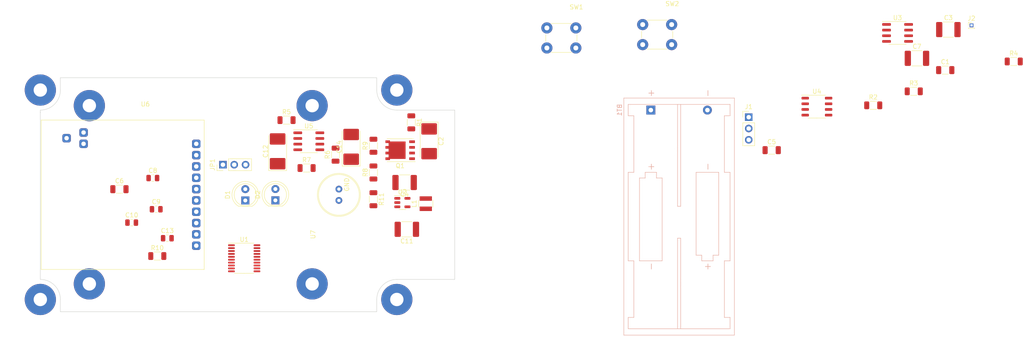
<source format=kicad_pcb>
(kicad_pcb (version 20211014) (generator pcbnew)
  (layers (0 "F.Cu" signal) (31 "B.Cu" signal) (34 "B.Paste" user) (35 "F.Paste" user) (36 "B.SilkS" user "B.Silkscreen") (37 "F.SilkS" user "F.Silkscreen") (38 "B.Mask" user) (39 "F.Mask" user) (44 "Edge.Cuts" user))
  (net 0 "")
  (net 1 "+3V0")
  (net 2 "GND")
  (net 3 "/Reset")
  (net 4 "/Vbatt")
  (net 5 "+5V")
  (net 6 "/UserBP")
  (net 7 "/DataIn")
  (net 8 "/TxCmde")
  (net 9 "/RxCmde")
  (net 10 "/MiC")
  (net 11 "/MIC_InAOP")
  (net 12 "/CarrierDetect")
  (net 13 "/VtGND")
  (net 14 "/LED_Top")
  (net 15 "/LED_Side")
  (net 16 "/SWCLK")
  (net 17 "/SWDIO")
  (net 18 "/Ant")
  (net 19 "/LED")
  (net 20 "/Lx")
  (net 21 "/BoostEn")
  (net 22 "/Out_LED")
  (net 23 "/CR_AOP")
  (net 24 "/MicroPhone")
  (net 25 "/CD")
  (net 26 "/CT")
  (net 27 "/INT")
  (net 28 "/CmdeLED_IR")
  (net 29 "/DataOut")
  (net 30 "/SCL")
  (net 31 "/SDA")
  (footprint "LibKiCad_PjtDeviceManagePV:SW" (layer "F.Cu") (at 145 53.75)
    (fp_text reference "SW1" (at 3.302 -6.858 unlocked) (layer "F.SilkS"))
    (fp_text value "BP")
    (fp_line (start -2.326 3.31) (end 2.174 3.31) (layer "F.SilkS") (width 0.12))
    (fp_line (start 3.424 0.81) (end 3.424 -0.69) (layer "F.SilkS") (width 0.12))
    (fp_line (start 2.174 -3.19) (end -2.326 -3.19) (layer "F.SilkS") (width 0.12))
    (fp_line (start -3.576 -0.69) (end -3.576 0.81) (layer "F.SilkS") (width 0.12))
    (pad "1" thru_hole circle (at -3.326 -2.19 90) (size 2.5 2.5) (drill 1.1) (layers *.Cu *.Mask) (net 2 "GND"))
    (pad "2" thru_hole circle (at -3.326 2.31 90) (size 2.5 2.5) (drill 1.1) (layers *.Cu *.Mask) (net 2 "GND"))
    (pad "3" thru_hole circle (at 3.174 2.31 90) (size 2.5 2.5) (drill 1.1) (layers *.Cu *.Mask) (net 3 "/Reset"))
    (pad "4" thru_hole circle (at 3.174 -2.19 90) (size 2.5 2.5) (drill 1.1) (layers *.Cu *.Mask) (net 3 "/Reset"))
  )
  (footprint "Capacitor_Tantalum_SMD:CP_EIA-7132-20_AVX-U" (layer "F.Cu") (at 115.25 77 -90)
    (fp_text reference "C2" (at 0 -2.7 90) (layer "F.SilkS"))
    (fp_text value "10u")
    (fp_line (start -4.31 -2.01) (end -4.31 2.01) (layer "F.SilkS") (width 0.12))
    (fp_line (start 3.55 -2.01) (end -4.31 -2.01) (layer "F.SilkS") (width 0.12))
    (fp_line (start -4.31 2.01) (end 3.55 2.01) (layer "F.SilkS") (width 0.12))
    (pad "1" smd roundrect (at -2.775 0 270) (size 2.55 3.5) (layers "F.Cu" "F.Paste" "F.Mask") (roundrect_rratio 0.098039) (net 1 "+3V0"))
    (pad "2" smd roundrect (at 2.775 0 270) (size 2.55 3.5) (layers "F.Cu" "F.Paste" "F.Mask") (roundrect_rratio 0.098039) (net 2 "GND"))
  )
  (footprint "Capacitor_SMD:C_1206_3216Metric" (layer "F.Cu") (at 45.75 87.75)
    (fp_text reference "C6" (at 0 -1.85) (layer "F.SilkS"))
    (fp_text value "100n")
    (fp_line (start -0.711252 0.91) (end 0.711252 0.91) (layer "F.SilkS") (width 0.12))
    (fp_line (start -0.711252 -0.91) (end 0.711252 -0.91) (layer "F.SilkS") (width 0.12))
    (pad "1" smd roundrect (at -1.475 0) (size 1.15 1.8) (layers "F.Cu" "F.Paste" "F.Mask") (roundrect_rratio 0.217391) (net 5 "+5V"))
    (pad "2" smd roundrect (at 1.475 0) (size 1.15 1.8) (layers "F.Cu" "F.Paste" "F.Mask") (roundrect_rratio 0.217391) (net 2 "GND"))
  )
  (footprint "Package_SO:PowerPAK_SO-8_Single" (layer "F.Cu") (at 108.75 79 180)
    (fp_text reference "Q1" (at 0 -3.5) (layer "F.SilkS"))
    (fp_text value "Si4435")
    (fp_line (start -2.945 2.57) (end 2.945 2.57) (layer "F.SilkS") (width 0.12))
    (fp_line (start -3.4 -2.57) (end 2.945 -2.57) (layer "F.SilkS") (width 0.12))
    (pad "1" smd rect (at -2.67 -1.905 180) (size 1.27 0.61) (layers "F.Cu" "F.Paste" "F.Mask") (net 1 "+3V0"))
    (pad "2" smd rect (at -2.67 -0.635 180) (size 1.27 0.61) (layers "F.Cu" "F.Paste" "F.Mask") (net 1 "+3V0"))
    (pad "3" smd rect (at -2.67 0.635 180) (size 1.27 0.61) (layers "F.Cu" "F.Paste" "F.Mask") (net 1 "+3V0"))
    (pad "4" smd rect (at -2.67 1.905 180) (size 1.27 0.61) (layers "F.Cu" "F.Paste" "F.Mask") (net 21 "/BoostEn"))
    (pad "5" smd rect (at 2.795 -1.905 180) (size 1.02 0.61) (layers "F.Cu" "F.Paste" "F.Mask") (net 4 "/Vbatt"))
    (pad "5" smd rect (at 0.69 0 180) (size 3.81 3.91) (layers "F.Cu" "F.Paste" "F.Mask") (net 4 "/Vbatt"))
    (pad "5" smd rect (at 2.795 0.635 180) (size 1.02 0.61) (layers "F.Cu" "F.Paste" "F.Mask") (net 4 "/Vbatt"))
    (pad "5" smd rect (at 2.795 1.905 180) (size 1.02 0.61) (layers "F.Cu" "F.Paste" "F.Mask") (net 4 "/Vbatt"))
    (pad "5" smd rect (at 2.795 -0.635 180) (size 1.02 0.61) (layers "F.Cu" "F.Paste" "F.Mask") (net 4 "/Vbatt"))
  )
  (footprint "LED_THT:LED_D5.0mm_IRGrey" (layer "F.Cu") (at 80.75 90.25 90)
    (fp_text reference "D2" (at 1.27 -3.96 90) (layer "F.SilkS"))
    (fp_text value "SFH4544")
    (fp_line (start -1.29 -1.545) (end -1.29 1.545) (layer "F.SilkS") (width 0.12))
    (fp_arc (start 4.26 -0.000462) (mid 2.072002 2.880433) (end -1.29 1.54483) (layer "F.SilkS") (width 0.12))
    (fp_arc (start -1.29 -1.54483) (mid 2.072002 -2.880433) (end 4.26 0.000462) (layer "F.SilkS") (width 0.12))
    (fp_circle (center 1.27 0) (end 3.77 0) (layer "F.SilkS") (width 0.12) (fill none))
    (pad "1" thru_hole rect (at 0 0 90) (size 1.8 1.8) (drill 0.9) (layers *.Cu *.Mask) (net 2 "GND"))
    (pad "2" thru_hole circle (at 2.54 0 90) (size 1.8 1.8) (drill 0.9) (layers *.Cu *.Mask) (net 15 "/LED_Side"))
  )
  (footprint "Package_SO:SOIC-8_3.9x4.9mm_P1.27mm" (layer "F.Cu") (at 88.25 77)
    (fp_text reference "U5" (at 0 -3.4) (layer "F.SilkS"))
    (fp_text value "MCP6281")
    (fp_line (start 0 -2.56) (end -3.45 -2.56) (layer "F.SilkS") (width 0.12))
    (fp_line (start 0 2.56) (end -1.95 2.56) (layer "F.SilkS") (width 0.12))
    (fp_line (start 0 2.56) (end 1.95 2.56) (layer "F.SilkS") (width 0.12))
    (fp_line (start 0 -2.56) (end 1.95 -2.56) (layer "F.SilkS") (width 0.12))
    (pad "1" smd roundrect (at -2.475 -1.905) (size 1.95 0.6) (layers "F.Cu" "F.Paste" "F.Mask"))
    (pad "2" smd roundrect (at -2.475 -0.635) (size 1.95 0.6) (layers "F.Cu" "F.Paste" "F.Mask") (net 23 "/CR_AOP"))
    (pad "3" smd roundrect (at -2.475 0.635) (size 1.95 0.6) (layers "F.Cu" "F.Paste" "F.Mask") (net 11 "/MIC_InAOP"))
    (pad "4" smd roundrect (at -2.475 1.905) (size 1.95 0.6) (layers "F.Cu" "F.Paste" "F.Mask") (net 2 "GND"))
    (pad "5" smd roundrect (at 2.475 1.905) (size 1.95 0.6) (layers "F.Cu" "F.Paste" "F.Mask"))
    (pad "6" smd roundrect (at 2.475 0.635) (size 1.95 0.6) (layers "F.Cu" "F.Paste" "F.Mask") (net 24 "/MicroPhone"))
    (pad "7" smd roundrect (at 2.475 -0.635) (size 1.95 0.6) (layers "F.Cu" "F.Paste" "F.Mask") (net 5 "+5V"))
    (pad "8" smd roundrect (at 2.475 -1.905) (size 1.95 0.6) (layers "F.Cu" "F.Paste" "F.Mask"))
  )
  (footprint "Capacitor_SMD:C_1206_3216Metric" (layer "F.Cu") (at 231.07 61.03)
    (fp_text reference "C1" (at 0 -1.85) (layer "F.SilkS"))
    (fp_text value "100n")
    (fp_line (start -0.711252 -0.91) (end 0.711252 -0.91) (layer "F.SilkS") (width 0.12))
    (fp_line (start -0.711252 0.91) (end 0.711252 0.91) (layer "F.SilkS") (width 0.12))
    (pad "1" smd roundrect (at -1.475 0) (size 1.15 1.8) (layers "F.Cu" "F.Paste" "F.Mask") (roundrect_rratio 0.217391) (net 1 "+3V0"))
    (pad "2" smd roundrect (at 1.475 0) (size 1.15 1.8) (layers "F.Cu" "F.Paste" "F.Mask") (roundrect_rratio 0.217391) (net 2 "GND"))
  )
  (footprint "Capacitor_SMD:C_0805_2012Metric" (layer "F.Cu") (at 56.5 98.75)
    (fp_text reference "C13" (at 0 -1.68) (layer "F.SilkS"))
    (fp_text value "47p")
    (fp_line (start -0.261252 -0.735) (end 0.261252 -0.735) (layer "F.SilkS") (width 0.12))
    (fp_line (start -0.261252 0.735) (end 0.261252 0.735) (layer "F.SilkS") (width 0.12))
    (pad "1" smd roundrect (at -0.95 0) (size 1 1.45) (layers "F.Cu" "F.Paste" "F.Mask") (net 12 "/CarrierDetect"))
    (pad "2" smd roundrect (at 0.95 0) (size 1 1.45) (layers "F.Cu" "F.Paste" "F.Mask") (net 2 "GND"))
  )
  (footprint "Connector_PinHeader_2.54mm:PinHeader_1x03_P2.54mm_Vertical" (layer "F.Cu") (at 186.97 71.59)
    (fp_text reference "J1" (at 0 -2.33) (layer "F.SilkS"))
    (fp_text value "CN1")
    (fp_line (start 1.33 1.27) (end 1.33 6.41) (layer "F.SilkS") (width 0.12))
    (fp_line (start -1.33 -1.33) (end 0 -1.33) (layer "F.SilkS") (width 0.12))
    (fp_line (start -1.33 1.27) (end -1.33 6.41) (layer "F.SilkS") (width 0.12))
    (fp_line (start -1.33 0) (end -1.33 -1.33) (layer "F.SilkS") (width 0.12))
    (fp_line (start -1.33 6.41) (end 1.33 6.41) (layer "F.SilkS") (width 0.12))
    (fp_line (start -1.33 1.27) (end 1.33 1.27) (layer "F.SilkS") (width 0.12))
    (pad "1" thru_hole rect (at 0 0) (size 1.7 1.7) (drill 1) (layers *.Cu *.Mask) (net 16 "/SWCLK"))
    (pad "2" thru_hole oval (at 0 2.54) (size 1.7 1.7) (drill 1) (layers *.Cu *.Mask) (net 2 "GND"))
    (pad "3" thru_hole oval (at 0 5.08) (size 1.7 1.7) (drill 1) (layers *.Cu *.Mask) (net 17 "/SWDIO"))
  )
  (footprint "Inductor_SMD:L_Abracon_ASPI-3012S" (layer "F.Cu") (at 114.5 91 -90)
    (fp_text reference "L1" (at 0 2.6 90) (layer "F.SilkS"))
    (fp_text value "4.7u")
    (fp_line (start -0.8 1.6) (end 0.8 1.6) (layer "F.SilkS") (width 0.12))
    (fp_line (start -0.8 -1.6) (end 0.8 -1.6) (layer "F.SilkS") (width 0.12))
    (pad "1" smd rect (at -1.15 0 270) (size 1 2.75) (layers "F.Cu" "F.Paste" "F.Mask") (net 20 "/Lx"))
    (pad "2" smd rect (at 1.15 0 270) (size 1 2.75) (layers "F.Cu" "F.Paste" "F.Mask") (net 4 "/Vbatt"))
  )
  (footprint "Resistor_SMD:R_1206_3216Metric" (layer "F.Cu") (at 224 65.79)
    (fp_text reference "R3" (at 0 -1.82) (layer "F.SilkS"))
    (fp_text value "R")
    (fp_line (start -0.727064 0.91) (end 0.727064 0.91) (layer "F.SilkS") (width 0.12))
    (fp_line (start -0.727064 -0.91) (end 0.727064 -0.91) (layer "F.SilkS") (width 0.12))
    (pad "1" smd roundrect (at -1.4625 0) (size 1.125 1.75) (layers "F.Cu" "F.Paste" "F.Mask") (roundrect_rratio 0.222222) (net 1 "+3V0"))
    (pad "2" smd roundrect (at 1.4625 0) (size 1.125 1.75) (layers "F.Cu" "F.Paste" "F.Mask") (roundrect_rratio 0.222222) (net 6 "/UserBP"))
  )
  (footprint "Capacitor_SMD:C_0805_2012Metric" (layer "F.Cu") (at 54 92.25)
    (fp_text reference "C9" (at 0 -1.68) (layer "F.SilkS"))
    (fp_text value "47p")
    (fp_line (start -0.261252 -0.735) (end 0.261252 -0.735) (layer "F.SilkS") (width 0.12))
    (fp_line (start -0.261252 0.735) (end 0.261252 0.735) (layer "F.SilkS") (width 0.12))
    (pad "1" smd roundrect (at -0.95 0) (size 1 1.45) (layers "F.Cu" "F.Paste" "F.Mask") (net 8 "/TxCmde"))
    (pad "2" smd roundrect (at 0.95 0) (size 1 1.45) (layers "F.Cu" "F.Paste" "F.Mask") (net 2 "GND"))
  )
  (footprint "Capacitor_SMD:C_1206_3216Metric" (layer "F.Cu") (at 192.12 78.99)
    (fp_text reference "C5" (at 0 -1.85) (layer "F.SilkS"))
    (fp_text value "100n")
    (fp_line (start -0.711252 -0.91) (end 0.711252 -0.91) (layer "F.SilkS") (width 0.12))
    (fp_line (start -0.711252 0.91) (end 0.711252 0.91) (layer "F.SilkS") (width 0.12))
    (pad "1" smd roundrect (at -1.475 0) (size 1.15 1.8) (layers "F.Cu" "F.Paste" "F.Mask") (roundrect_rratio 0.217391) (net 5 "+5V"))
    (pad "2" smd roundrect (at 1.475 0) (size 1.15 1.8) (layers "F.Cu" "F.Paste" "F.Mask") (roundrect_rratio 0.217391) (net 2 "GND"))
  )
  (footprint "Package_SO:TSSOP-20_4.4x6.5mm_P0.65mm" (layer "F.Cu") (at 73.75 103.25)
    (fp_text reference "U1" (at 0 -4.2) (layer "F.SilkS"))
    (fp_text value "STM32L041F6Px")
    (fp_line (start 0 3.385) (end 2.2 3.385) (layer "F.SilkS") (width 0.12))
    (fp_line (start 0 3.385) (end -2.2 3.385) (layer "F.SilkS") (width 0.12))
    (fp_line (start 0 -3.385) (end 2.2 -3.385) (layer "F.SilkS") (width 0.12))
    (fp_line (start 0 -3.385) (end -3.6 -3.385) (layer "F.SilkS") (width 0.12))
    (pad "1" smd roundrect (at -2.8625 -2.925) (size 1.475 0.4) (layers "F.Cu" "F.Paste" "F.Mask") (net 2 "GND"))
    (pad "2" smd roundrect (at -2.8625 -2.275) (size 1.475 0.4) (layers "F.Cu" "F.Paste" "F.Mask") (net 26 "/CT"))
    (pad "3" smd roundrect (at -2.8625 -1.625) (size 1.475 0.4) (layers "F.Cu" "F.Paste" "F.Mask") (net 27 "/INT"))
    (pad "4" smd roundrect (at -2.8625 -0.975) (size 1.475 0.4) (layers "F.Cu" "F.Paste" "F.Mask") (net 3 "/Reset"))
    (pad "5" smd roundrect (at -2.8625 -0.325) (size 1.475 0.4) (layers "F.Cu" "F.Paste" "F.Mask") (net 1 "+3V0"))
    (pad "6" smd roundrect (at -2.8625 0.325) (size 1.475 0.4) (layers "F.Cu" "F.Paste" "F.Mask") (net 21 "/BoostEn"))
    (pad "7" smd roundrect (at -2.8625 0.975) (size 1.475 0.4) (layers "F.Cu" "F.Paste" "F.Mask") (net 28 "/CmdeLED_IR"))
    (pad "8" smd roundrect (at -2.8625 1.625) (size 1.475 0.4) (layers "F.Cu" "F.Paste" "F.Mask") (net 7 "/DataIn"))
    (pad "9" smd roundrect (at -2.8625 2.275) (size 1.475 0.4) (layers "F.Cu" "F.Paste" "F.Mask") (net 29 "/DataOut"))
    (pad "10" smd roundrect (at -2.8625 2.925) (size 1.475 0.4) (layers "F.Cu" "F.Paste" "F.Mask") (net 24 "/MicroPhone"))
    (pad "11" smd roundrect (at 2.8625 2.925) (size 1.475 0.4) (layers "F.Cu" "F.Paste" "F.Mask") (net 9 "/RxCmde"))
    (pad "12" smd roundrect (at 2.8625 2.275) (size 1.475 0.4) (layers "F.Cu" "F.Paste" "F.Mask") (net 8 "/TxCmde"))
    (pad "13" smd roundrect (at 2.8625 1.625) (size 1.475 0.4) (layers "F.Cu" "F.Paste" "F.Mask") (net 12 "/CarrierDetect"))
    (pad "14" smd roundrect (at 2.8625 0.975) (size 1.475 0.4) (layers "F.Cu" "F.Paste" "F.Mask") (net 6 "/UserBP"))
    (pad "15" smd roundrect (at 2.8625 0.325) (size 1.475 0.4) (layers "F.Cu" "F.Paste" "F.Mask") (net 2 "GND"))
    (pad "16" smd roundrect (at 2.8625 -0.325) (size 1.475 0.4) (layers "F.Cu" "F.Paste" "F.Mask") (net 1 "+3V0"))
    (pad "17" smd roundrect (at 2.8625 -0.975) (size 1.475 0.4) (layers "F.Cu" "F.Paste" "F.Mask") (net 30 "/SCL"))
    (pad "18" smd roundrect (at 2.8625 -1.625) (size 1.475 0.4) (layers "F.Cu" "F.Paste" "F.Mask") (net 31 "/SDA"))
    (pad "19" smd roundrect (at 2.8625 -2.275) (size 1.475 0.4) (layers "F.Cu" "F.Paste" "F.Mask") (net 17 "/SWDIO"))
    (pad "20" smd roundrect (at 2.8625 -2.925) (size 1.475 0.4) (layers "F.Cu" "F.Paste" "F.Mask") (net 16 "/SWCLK"))
  )
  (footprint "Capacitor_SMD:C_1812_4532Metric" (layer "F.Cu") (at 110.25 96.75 180)
    (fp_text reference "C11" (at 0 -2.65) (layer "F.SilkS"))
    (fp_text value "10u")
    (fp_line (start -1.161252 1.71) (end 1.161252 1.71) (layer "F.SilkS") (width 0.12))
    (fp_line (start -1.161252 -1.71) (end 1.161252 -1.71) (layer "F.SilkS") (width 0.12))
    (pad "1" smd roundrect (at -2.05 0 180) (size 1.4 3.4) (layers "F.Cu" "F.Paste" "F.Mask") (roundrect_rratio 0.178571) (net 5 "+5V"))
    (pad "2" smd roundrect (at 2.05 0 180) (size 1.4 3.4) (layers "F.Cu" "F.Paste" "F.Mask") (roundrect_rratio 0.178571) (net 2 "GND"))
  )
  (footprint "Resistor_SMD:R_1206_3216Metric" (layer "F.Cu") (at 87.75 83)
    (fp_text reference "R7" (at 0 -1.82) (layer "F.SilkS"))
    (fp_text value "R")
    (fp_line (start -0.727064 -0.91) (end 0.727064 -0.91) (layer "F.SilkS") (width 0.12))
    (fp_line (start -0.727064 0.91) (end 0.727064 0.91) (layer "F.SilkS") (width 0.12))
    (pad "1" smd roundrect (at -1.4625 0) (size 1.125 1.75) (layers "F.Cu" "F.Paste" "F.Mask") (roundrect_rratio 0.222222) (net 11 "/MIC_InAOP"))
    (pad "2" smd roundrect (at 1.4625 0) (size 1.125 1.75) (layers "F.Cu" "F.Paste" "F.Mask") (roundrect_rratio 0.222222) (net 13 "/VtGND"))
  )
  (footprint "Resistor_SMD:R_1206_3216Metric" (layer "F.Cu") (at 94.25 80 90)
    (fp_text reference "R6" (at 0 -1.82 90) (layer "F.SilkS"))
    (fp_text value "R")
    (fp_line (start -0.727064 0.91) (end 0.727064 0.91) (layer "F.SilkS") (width 0.12))
    (fp_line (start -0.727064 -0.91) (end 0.727064 -0.91) (layer "F.SilkS") (width 0.12))
    (pad "1" smd roundrect (at -1.4625 0 90) (size 1.125 1.75) (layers "F.Cu" "F.Paste" "F.Mask") (roundrect_rratio 0.222222) (net 13 "/VtGND"))
    (pad "2" smd roundrect (at 1.4625 0 90) (size 1.125 1.75) (layers "F.Cu" "F.Paste" "F.Mask") (roundrect_rratio 0.222222) (net 23 "/CR_AOP"))
  )
  (footprint "Resistor_SMD:R_1206_3216Metric" (layer "F.Cu") (at 111.25 72.75 -90)
    (fp_text reference "R1" (at 0 -1.82 90) (layer "F.SilkS"))
    (fp_text value "R")
    (fp_line (start -0.727064 0.91) (end 0.727064 0.91) (layer "F.SilkS") (width 0.12))
    (fp_line (start -0.727064 -0.91) (end 0.727064 -0.91) (layer "F.SilkS") (width 0.12))
    (pad "1" smd roundrect (at -1.4625 0 270) (size 1.125 1.75) (layers "F.Cu" "F.Paste" "F.Mask") (roundrect_rratio 0.222222) (net 1 "+3V0"))
    (pad "2" smd roundrect (at 1.4625 0 270) (size 1.125 1.75) (layers "F.Cu" "F.Paste" "F.Mask") (roundrect_rratio 0.222222) (net 21 "/BoostEn"))
  )
  (footprint "Resistor_SMD:R_1206_3216Metric" (layer "F.Cu") (at 214.91 68.93)
    (fp_text reference "R2" (at 0 -1.82) (layer "F.SilkS"))
    (fp_text value "R")
    (fp_line (start -0.727064 -0.91) (end 0.727064 -0.91) (layer "F.SilkS") (width 0.12))
    (fp_line (start -0.727064 0.91) (end 0.727064 0.91) (layer "F.SilkS") (width 0.12))
    (pad "1" smd roundrect (at -1.4625 0) (size 1.125 1.75) (layers "F.Cu" "F.Paste" "F.Mask") (roundrect_rratio 0.222222) (net 1 "+3V0"))
    (pad "2" smd roundrect (at 1.4625 0) (size 1.125 1.75) (layers "F.Cu" "F.Paste" "F.Mask") (roundrect_rratio 0.222222) (net 3 "/Reset"))
  )
  (footprint "Capacitor_SMD:C_0805_2012Metric" (layer "F.Cu") (at 53.25 85.25)
    (fp_text reference "C8" (at 0 -1.68) (layer "F.SilkS"))
    (fp_text value "47p")
    (fp_line (start -0.261252 -0.735) (end 0.261252 -0.735) (layer "F.SilkS") (width 0.12))
    (fp_line (start -0.261252 0.735) (end 0.261252 0.735) (layer "F.SilkS") (width 0.12))
    (pad "1" smd roundrect (at -0.95 0) (size 1 1.45) (layers "F.Cu" "F.Paste" "F.Mask") (net 7 "/DataIn"))
    (pad "2" smd roundrect (at 0.95 0) (size 1 1.45) (layers "F.Cu" "F.Paste" "F.Mask") (net 2 "GND"))
  )
  (footprint "Capacitor_SMD:C_1812_4532Metric" (layer "F.Cu") (at 224.72 58.38)
    (fp_text reference "C7" (at 0 -2.65) (layer "F.SilkS"))
    (fp_text value "2.2u")
    (fp_line (start -1.161252 1.71) (end 1.161252 1.71) (layer "F.SilkS") (width 0.12))
    (fp_line (start -1.161252 -1.71) (end 1.161252 -1.71) (layer "F.SilkS") (width 0.12))
    (pad "1" smd roundrect (at -2.05 0) (size 1.4 3.4) (layers "F.Cu" "F.Paste" "F.Mask") (roundrect_rratio 0.178571) (net 6 "/UserBP"))
    (pad "2" smd roundrect (at 2.05 0) (size 1.4 3.4) (layers "F.Cu" "F.Paste" "F.Mask") (roundrect_rratio 0.178571) (net 2 "GND"))
  )
  (footprint "Resistor_SMD:R_1206_3216Metric" (layer "F.Cu") (at 83.25 72.25)
    (fp_text reference "R5" (at 0 -1.82) (layer "F.SilkS"))
    (fp_text value "R")
    (fp_line (start -0.727064 0.91) (end 0.727064 0.91) (layer "F.SilkS") (width 0.12))
    (fp_line (start -0.727064 -0.91) (end 0.727064 -0.91) (layer "F.SilkS") (width 0.12))
    (pad "1" smd roundrect (at -1.4625 0) (size 1.125 1.75) (layers "F.Cu" "F.Paste" "F.Mask") (roundrect_rratio 0.222222) (net 23 "/CR_AOP"))
    (pad "2" smd roundrect (at 1.4625 0) (size 1.125 1.75) (layers "F.Cu" "F.Paste" "F.Mask") (roundrect_rratio 0.222222) (net 24 "/MicroPhone"))
  )
  (footprint "Package_SO:SOP-8_3.9x4.9mm_P1.27mm" (layer "F.Cu") (at 202.27 69.22)
    (fp_text reference "U4" (at 0 -3.4) (layer "F.SilkS"))
    (fp_text value "ADT7410TRZ")
    (fp_line (start 0 -2.56) (end -3.45 -2.56) (layer "F.SilkS") (width 0.12))
    (fp_line (start 0 2.56) (end 1.95 2.56) (layer "F.SilkS") (width 0.12))
    (fp_line (start 0 -2.56) (end 1.95 -2.56) (layer "F.SilkS") (width 0.12))
    (fp_line (start 0 2.56) (end -1.95 2.56) (layer "F.SilkS") (width 0.12))
    (pad "1" smd roundrect (at -2.625 -1.905) (size 1.65 0.6) (layers "F.Cu" "F.Paste" "F.Mask") (net 30 "/SCL"))
    (pad "2" smd roundrect (at -2.625 -0.635) (size 1.65 0.6) (layers "F.Cu" "F.Paste" "F.Mask") (net 31 "/SDA"))
    (pad "3" smd roundrect (at -2.625 0.635) (size 1.65 0.6) (layers "F.Cu" "F.Paste" "F.Mask") (net 2 "GND"))
    (pad "4" smd roundrect (at -2.625 1.905) (size 1.65 0.6) (layers "F.Cu" "F.Paste" "F.Mask") (net 2 "GND"))
    (pad "5" smd roundrect (at 2.625 1.905) (size 1.65 0.6) (layers "F.Cu" "F.Paste" "F.Mask") (net 27 "/INT"))
    (pad "6" smd roundrect (at 2.625 0.635) (size 1.65 0.6) (layers "F.Cu" "F.Paste" "F.Mask") (net 26 "/CT"))
    (pad "7" smd roundrect (at 2.625 -0.635) (size 1.65 0.6) (layers "F.Cu" "F.Paste" "F.Mask") (net 2 "GND"))
    (pad "8" smd roundrect (at 2.625 -1.905) (size 1.65 0.6) (layers "F.Cu" "F.Paste" "F.Mask") (net 5 "+5V"))
  )
  (footprint "Package_SO:SOIC-8_3.9x4.9mm_P1.27mm" (layer "F.Cu") (at 220.37 52.68)
    (fp_text reference "U3" (at 0 -3.4) (layer "F.SilkS"))
    (fp_text value "MCP6281")
    (fp_line (start 0 2.56) (end 1.95 2.56) (layer "F.SilkS") (width 0.12))
    (fp_line (start 0 2.56) (end -1.95 2.56) (layer "F.SilkS") (width 0.12))
    (fp_line (start 0 -2.56) (end 1.95 -2.56) (layer "F.SilkS") (width 0.12))
    (fp_line (start 0 -2.56) (end -3.45 -2.56) (layer "F.SilkS") (width 0.12))
    (pad "1" smd roundrect (at -2.475 -1.905) (size 1.95 0.6) (layers "F.Cu" "F.Paste" "F.Mask"))
    (pad "2" smd roundrect (at -2.475 -0.635) (size 1.95 0.6) (layers "F.Cu" "F.Paste" "F.Mask") (net 22 "/Out_LED"))
    (pad "3" smd roundrect (at -2.475 0.635) (size 1.95 0.6) (layers "F.Cu" "F.Paste" "F.Mask") (net 28 "/CmdeLED_IR"))
    (pad "4" smd roundrect (at -2.475 1.905) (size 1.95 0.6) (layers "F.Cu" "F.Paste" "F.Mask") (net 2 "GND"))
    (pad "5" smd roundrect (at 2.475 1.905) (size 1.95 0.6) (layers "F.Cu" "F.Paste" "F.Mask"))
    (pad "6" smd roundrect (at 2.475 0.635) (size 1.95 0.6) (layers "F.Cu" "F.Paste" "F.Mask") (net 22 "/Out_LED"))
    (pad "7" smd roundrect (at 2.475 -0.635) (size 1.95 0.6) (layers "F.Cu" "F.Paste" "F.Mask") (net 5 "+5V"))
    (pad "8" smd roundrect (at 2.475 -1.905) (size 1.95 0.6) (layers "F.Cu" "F.Paste" "F.Mask"))
  )
  (footprint "Capacitor_Tantalum_SMD:CP_EIA-7132-20_AVX-U" (layer "F.Cu") (at 81.25 79.25 90)
    (fp_text reference "C12" (at 0 -2.7 90) (layer "F.SilkS"))
    (fp_text value "10u")
    (fp_line (start -4.31 -2.01) (end -4.31 2.01) (layer "F.SilkS") (width 0.12))
    (fp_line (start -4.31 2.01) (end 3.55 2.01) (layer "F.SilkS") (width 0.12))
    (fp_line (start 3.55 -2.01) (end -4.31 -2.01) (layer "F.SilkS") (width 0.12))
    (pad "1" smd roundrect (at -2.775 0 90) (size 2.55 3.5) (layers "F.Cu" "F.Paste" "F.Mask") (roundrect_rratio 0.098039) (net 10 "/MiC"))
    (pad "2" smd roundrect (at 2.775 0 90) (size 2.55 3.5) (layers "F.Cu" "F.Paste" "F.Mask") (roundrect_rratio 0.098039) (net 11 "/MIC_InAOP"))
  )
  (footprint "Resistor_SMD:R_1206_3216Metric" (layer "F.Cu") (at 102.75 78 90)
    (fp_text reference "R9" (at 0 -1.82 90) (layer "F.SilkS"))
    (fp_text value "R")
    (fp_line (start -0.727064 0.91) (end 0.727064 0.91) (layer "F.SilkS") (width 0.12))
    (fp_line (start -0.727064 -0.91) (end 0.727064 -0.91) (layer "F.SilkS") (width 0.12))
    (pad "1" smd roundrect (at -1.4625 0 90) (size 1.125 1.75) (layers "F.Cu" "F.Paste" "F.Mask") (roundrect_rratio 0.222222) (net 13 "/VtGND"))
    (pad "2" smd roundrect (at 1.4625 0 90) (size 1.125 1.75) (layers "F.Cu" "F.Paste" "F.Mask") (roundrect_rratio 0.222222) (net 2 "GND"))
  )
  (footprint "Capacitor_Tantalum_SMD:CP_EIA-7132-20_AVX-U" (layer "F.Cu") (at 97.75 78.25 90)
    (fp_text reference "C14" (at 0 -2.7 90) (layer "F.SilkS"))
    (fp_text value "10u")
    (fp_line (start -4.31 2.01) (end 3.55 2.01) (layer "F.SilkS") (width 0.12))
    (fp_line (start -4.31 -2.01) (end -4.31 2.01) (layer "F.SilkS") (width 0.12))
    (fp_line (start 3.55 -2.01) (end -4.31 -2.01) (layer "F.SilkS") (width 0.12))
    (pad "1" smd roundrect (at -2.775 0 90) (size 2.55 3.5) (layers "F.Cu" "F.Paste" "F.Mask") (roundrect_rratio 0.098039) (net 13 "/VtGND"))
    (pad "2" smd roundrect (at 2.775 0 90) (size 2.55 3.5) (layers "F.Cu" "F.Paste" "F.Mask") (roundrect_rratio 0.098039) (net 2 "GND"))
  )
  (footprint "LED_THT:LED_D5.0mm_IRGrey" (layer "F.Cu") (at 74 90.275 90)
    (fp_text reference "D1" (at 1.27 -3.96 90) (layer "F.SilkS"))
    (fp_text value "SFH4544")
    (fp_line (start -1.29 -1.545) (end -1.29 1.545) (layer "F.SilkS") (width 0.12))
    (fp_arc (start 4.26 -0.000462) (mid 2.072002 2.880433) (end -1.29 1.54483) (layer "F.SilkS") (width 0.12))
    (fp_arc (start -1.29 -1.54483) (mid 2.072002 -2.880433) (end 4.26 0.000462) (layer "F.SilkS") (width 0.12))
    (fp_circle (center 1.27 0) (end 3.77 0) (layer "F.SilkS") (width 0.12) (fill none))
    (pad "1" thru_hole rect (at 0 0 90) (size 1.8 1.8) (drill 0.9) (layers *.Cu *.Mask) (net 2 "GND"))
    (pad "2" thru_hole circle (at 2.54 0 90) (size 1.8 1.8) (drill 0.9) (layers *.Cu *.Mask) (net 14 "/LED_Top"))
  )
  (footprint "LibKiCad_PjtDeviceManagePV:RT606" (layer "F.Cu") (at 47.5 89)
    (fp_text reference "U6" (at 4.064 -20.32 unlocked) (layer "F.SilkS"))
    (fp_text value "RT606")
    (fp_line (start 17.272 -16.764) (end -19.304 -16.764) (layer "F.SilkS") (width 0.12))
    (fp_line (start 17.272 16.764) (end 17.272 0) (layer "F.SilkS") (width 0.12))
    (fp_line (start 17.272 16.764) (end -19.304 16.764) (layer "F.SilkS") (width 0.12))
    (fp_line (start 17.272 0) (end 17.272 -16.764) (layer "F.SilkS") (width 0.12))
    (fp_line (start -19.304 16.764) (end -19.304 -16.764) (layer "F.SilkS") (width 0.12))
    (pad "1" thru_hole roundrect (at 15.494 -11.43) (size 1.9 1.9) (drill 1) (layers *.Cu *.Mask) (net 2 "GND"))
    (pad "2" thru_hole roundrect (at 15.494 -8.89) (size 1.9 1.9) (drill 1) (layers *.Cu *.Mask) (net 7 "/DataIn"))
    (pad "3" thru_hole roundrect (at 15.494 -6.35) (size 1.9 1.9) (drill 1) (layers *.Cu *.Mask) (net 25 "/CD"))
    (pad "4" thru_hole roundrect (at 15.494 -3.81) (size 1.9 1.9) (drill 1) (layers *.Cu *.Mask) (net 29 "/DataOut"))
    (pad "5" thru_hole roundrect (at 15.494 -1.27) (size 1.9 1.9) (drill 1) (layers *.Cu *.Mask))
    (pad "6" thru_hole roundrect (at 15.494 1.27) (size 1.9 1.9) (drill 1) (layers *.Cu *.Mask) (net 2 "GND"))
    (pad "7" thru_hole roundrect (at 15.494 3.81) (size 1.9 1.9) (drill 1) (layers *.Cu *.Mask) (net 5 "+5V"))
    (pad "8" thru_hole roundrect (at 15.494 6.35) (size 1.9 1.9) (drill 1) (layers *.Cu *.Mask) (net 8 "/TxCmde"))
    (pad "9" thru_hole roundrect (at 15.494 8.89) (size 1.9 1.9) (drill 1) (layers *.Cu *.Mask) (net 9 "/RxCmde"))
    (pad "10" thru_hole roundrect (at 15.494 11.43) (size 1.9 1.9) (drill 1) (layers *.Cu *.Mask) (net 2 "GND"))
    (pad "11" thru_hole roundrect (at -13.606 -12.7) (size 1.9 1.9) (drill 1) (layers *.Cu *.Mask) (net 18 "/Ant"))
    (pad "12" thru_hole roundrect (at -9.796 -13.97) (size 1.9 1.9) (drill 1) (layers *.Cu *.Mask) (net 2 "GND"))
    (pad "13" thru_hole roundrect (at -9.796 -11.43) (size 1.9 1.9) (drill 1) (layers *.Cu *.Mask) (net 2 "GND"))
  )
  (footprint "LibKiCad_PjtDeviceManagePV:SW" (layer "F.Cu") (at 166.5 53)
    (fp_text reference "SW2" (at 3.302 -6.858 unlocked) (layer "F.SilkS"))
    (fp_text value "BP")
    (fp_line (start -2.326 3.31) (end 2.174 3.31) (layer "F.SilkS") (width 0.12))
    (fp_line (start -3.576 -0.69) (end -3.576 0.81) (layer "F.SilkS") (width 0.12))
    (fp_line (start 3.424 0.81) (end 3.424 -0.69) (layer "F.SilkS") (width 0.12))
    (fp_line (start 2.174 -3.19) (end -2.326 -3.19) (layer "F.SilkS") (width 0.12))
    (pad "1" thru_hole circle (at -3.326 -2.19 90) (size 2.5 2.5) (drill 1.1) (layers *.Cu *.Mask) (net 2 "GND"))
    (pad "2" thru_hole circle (at -3.326 2.31 90) (size 2.5 2.5) (drill 1.1) (layers *.Cu *.Mask) (net 2 "GND"))
    (pad "3" thru_hole circle (at 3.174 2.31 90) (size 2.5 2.5) (drill 1.1) (layers *.Cu *.Mask) (net 6 "/UserBP"))
    (pad "4" thru_hole circle (at 3.174 -2.19 90) (size 2.5 2.5) (drill 1.1) (layers *.Cu *.Mask) (net 6 "/UserBP"))
  )
  (footprint "Capacitor_SMD:C_1812_4532Metric" (layer "F.Cu") (at 109.75 86.25 180)
    (fp_text reference "C4" (at 0 -2.65) (layer "F.SilkS"))
    (fp_text value "4.7u")
    (fp_line (start -1.161252 -1.71) (end 1.161252 -1.71) (layer "F.SilkS") (width 0.12))
    (fp_line (start -1.161252 1.71) (end 1.161252 1.71) (layer "F.SilkS") (width 0.12))
    (pad "1" smd roundrect (at -2.05 0 180) (size 1.4 3.4) (layers "F.Cu" "F.Paste" "F.Mask") (roundrect_rratio 0.178571) (net 4 "/Vbatt"))
    (pad "2" smd roundrect (at 2.05 0 180) (size 1.4 3.4) (layers "F.Cu" "F.Paste" "F.Mask") (roundrect_rratio 0.178571) (net 2 "GND"))
  )
  (footprint "Resistor_SMD:R_1206_3216Metric" (layer "F.Cu") (at 246.44 59.09)
    (fp_text reference "R4" (at 0 -1.82) (layer "F.SilkS"))
    (fp_text value "R")
    (fp_line (start -0.727064 0.91) (end 0.727064 0.91) (layer "F.SilkS") (width 0.12))
    (fp_line (start -0.727064 -0.91) (end 0.727064 -0.91) (layer "F.SilkS") (width 0.12))
    (pad "1" smd roundrect (at -1.4625 0) (size 1.125 1.75) (layers "F.Cu" "F.Paste" "F.Mask") (roundrect_rratio 0.222222) (net 19 "/LED"))
    (pad "2" smd roundrect (at 1.4625 0) (size 1.125 1.75) (layers "F.Cu" "F.Paste" "F.Mask") (roundrect_rratio 0.222222) (net 22 "/Out_LED"))
  )
  (footprint "Package_TO_SOT_SMD:SOT-23-5" (layer "F.Cu") (at 109.25 90.75)
    (fp_text reference "U2" (at 0 -2.4) (layer "F.SilkS"))
    (fp_text value "XC9140")
    (fp_line (start 0 1.56) (end -0.8 1.56) (layer "F.SilkS") (width 0.12))
    (fp_line (start 0 -1.56) (end -1.8 -1.56) (layer "F.SilkS") (width 0.12))
    (fp_line (start 0 1.56) (end 0.8 1.56) (layer "F.SilkS") (width 0.12))
    (fp_line (start 0 -1.56) (end 0.8 -1.56) (layer "F.SilkS") (width 0.12))
    (pad "1" smd roundrect (at -1.1375 -0.95) (size 1.325 0.6) (layers "F.Cu" "F.Paste" "F.Mask") (net 4 "/Vbatt"))
    (pad "2" smd roundrect (at -1.1375 0) (size 1.325 0.6) (layers "F.Cu" "F.Paste" "F.Mask") (net 2 "GND"))
    (pad "3" smd roundrect (at -1.1375 0.95) (size 1.325 0.6) (layers "F.Cu" "F.Paste" "F.Mask") (net 4 "/Vbatt"))
    (pad "4" smd roundrect (at 1.1375 0.95) (size 1.325 0.6) (layers "F.Cu" "F.Paste" "F.Mask") (net 5 "+5V"))
    (pad "5" smd roundrect (at 1.1375 -0.95) (size 1.325 0.6) (layers "F.Cu" "F.Paste" "F.Mask") (net 20 "/Lx"))
  )
  (footprint "Connector_PinHeader_1.00mm:PinHeader_1x01_P1.00mm_Vertical" (layer "F.Cu") (at 236.97 50.98)
    (fp_text reference "J2" (at 0 -1.56) (layer "F.SilkS"))
    (fp_text value "Antenne")
    (fp_line (start -0.695 0.685) (end -0.695 0.56) (layer "F.SilkS") (width 0.12))
    (fp_line (start -0.695 -0.685) (end 0 -0.685) (layer "F.SilkS") (width 0.12))
    (fp_line (start -0.695 0.685) (end 0.695 0.685) (layer "F.SilkS") (width 0.12))
    (fp_line (start 0.608276 0.685) (end 0.695 0.685) (layer "F.SilkS") (width 0.12))
    (fp_line (start -0.695 0) (end -0.695 -0.685) (layer "F.SilkS") (width 0.12))
    (fp_line (start -0.695 0.685) (end -0.608276 0.685) (layer "F.SilkS") (width 0.12))
    (fp_line (start 0.695 0.685) (end 0.695 0.56) (layer "F.SilkS") (width 0.12))
    (pad "1" thru_hole rect (at 0 0) (size 0.85 0.85) (drill 0.5) (layers *.Cu *.Mask) (net 18 "/Ant"))
  )
  (footprint "Capacitor_SMD:C_0805_2012Metric" (layer "F.Cu") (at 48.5 95.25)
    (fp_text reference "C10" (at 0 -1.68) (layer "F.SilkS"))
    (fp_text value "47p")
    (fp_line (start -0.261252 -0.735) (end 0.261252 -0.735) (layer "F.SilkS") (width 0.12))
    (fp_line (start -0.261252 0.735) (end 0.261252 0.735) (layer "F.SilkS") (width 0.12))
    (pad "1" smd roundrect (at -0.95 0) (size 1 1.45) (layers "F.Cu" "F.Paste" "F.Mask") (net 9 "/RxCmde"))
    (pad "2" smd roundrect (at 0.95 0) (size 1 1.45) (layers "F.Cu" "F.Paste" "F.Mask") (net 2 "GND"))
  )
  (footprint "Resistor_SMD:R_1206_3216Metric" (layer "F.Cu") (at 54.25 102.75)
    (fp_text reference "R10" (at 0 -1.82) (layer "F.SilkS"))
    (fp_text value "R")
    (fp_line (start -0.727064 0.91) (end 0.727064 0.91) (layer "F.SilkS") (width 0.12))
    (fp_line (start -0.727064 -0.91) (end 0.727064 -0.91) (layer "F.SilkS") (width 0.12))
    (pad "1" smd roundrect (at -1.4625 0) (size 1.125 1.75) (layers "F.Cu" "F.Paste" "F.Mask") (roundrect_rratio 0.222222) (net 12 "/CarrierDetect"))
    (pad "2" smd roundrect (at 1.4625 0) (size 1.125 1.75) (layers "F.Cu" "F.Paste" "F.Mask") (roundrect_rratio 0.222222) (net 25 "/CD"))
  )
  (footprint "Capacitor_SMD:C_1812_4532Metric" (layer "F.Cu") (at 231.77 51.93)
    (fp_text reference "C3" (at 0 -2.65) (layer "F.SilkS"))
    (fp_text value "2.2u")
    (fp_line (start -1.161252 -1.71) (end 1.161252 -1.71) (layer "F.SilkS") (width 0.12))
    (fp_line (start -1.161252 1.71) (end 1.161252 1.71) (layer "F.SilkS") (width 0.12))
    (pad "1" smd roundrect (at -2.05 0) (size 1.4 3.4) (layers "F.Cu" "F.Paste" "F.Mask") (roundrect_rratio 0.178571) (net 3 "/Reset"))
    (pad "2" smd roundrect (at 2.05 0) (size 1.4 3.4) (layers "F.Cu" "F.Paste" "F.Mask") (roundrect_rratio 0.178571) (net 2 "GND"))
  )
  (footprint "Connector_PinHeader_2.54mm:PinHeader_1x03_P2.54mm_Vertical" (layer "F.Cu") (at 68.975 82.25 90)
    (fp_text reference "JP1" (at 0 -2.33 90) (layer "F.SilkS"))
    (fp_text value "3pts")
    (fp_line (start -1.33 6.41) (end 1.33 6.41) (layer "F.SilkS") (width 0.12))
    (fp_line (start -1.33 -1.33) (end 0 -1.33) (layer "F.SilkS") (width 0.12))
    (fp_line (start 1.33 1.27) (end 1.33 6.41) (layer "F.SilkS") (width 0.12))
    (fp_line (start -1.33 0) (end -1.33 -1.33) (layer "F.SilkS") (width 0.12))
    (fp_line (start -1.33 1.27) (end -1.33 6.41) (layer "F.SilkS") (width 0.12))
    (fp_line (start -1.33 1.27) (end 1.33 1.27) (layer "F.SilkS") (width 0.12))
    (pad "1" thru_hole rect (at 0 0 90) (size 1.7 1.7) (drill 1) (layers *.Cu *.Mask) (net 14 "/LED_Top"))
    (pad "2" thru_hole oval (at 0 2.54 90) (size 1.7 1.7) (drill 1) (layers *.Cu *.Mask) (net 19 "/LED"))
    (pad "3" thru_hole oval (at 0 5.08 90) (size 1.7 1.7) (drill 1) (layers *.Cu *.Mask) (net 15 "/LED_Side"))
  )
  (footprint "Resistor_SMD:R_1206_3216Metric" (layer "F.Cu") (at 102.75 84 90)
    (fp_text reference "R8" (at 0 -1.82 90) (layer "F.SilkS"))
    (fp_text value "R")
    (fp_line (start -0.727064 0.91) (end 0.727064 0.91) (layer "F.SilkS") (width 0.12))
    (fp_line (start -0.727064 -0.91) (end 0.727064 -0.91) (layer "F.SilkS") (width 0.12))
    (pad "1" smd roundrect (at -1.4625 0 90) (size 1.125 1.75) (layers "F.Cu" "F.Paste" "F.Mask") (roundrect_rratio 0.222222) (net 5 "+5V"))
    (pad "2" smd roundrect (at 1.4625 0 90) (size 1.125 1.75) (layers "F.Cu" "F.Paste" "F.Mask") (roundrect_rratio 0.222222) (net 13 "/VtGND"))
  )
  (footprint "Resistor_SMD:R_1206_3216Metric" (layer "F.Cu") (at 102.75 90 -90)
    (fp_text reference "R11" (at 0 -1.82 90) (layer "F.SilkS"))
    (fp_text value "R")
    (fp_line (start -0.727064 -0.91) (end 0.727064 -0.91) (layer "F.SilkS") (width 0.12))
    (fp_line (start -0.727064 0.91) (end 0.727064 0.91) (layer "F.SilkS") (width 0.12))
    (pad "1" smd roundrect (at -1.4625 0 270) (size 1.125 1.75) (layers "F.Cu" "F.Paste" "F.Mask") (roundrect_rratio 0.222222) (net 5 "+5V"))
    (pad "2" smd roundrect (at 1.4625 0 270) (size 1.125 1.75) (layers "F.Cu" "F.Paste" "F.Mask") (roundrect_rratio 0.222222) (net 10 "/MiC"))
  )
  (footprint "LibKiCad_PjtDeviceManagePV:Microphone" (layer "F.Cu") (at 95 89 90)
    (fp_text reference "U7" (at -8.915336 -5.802 90 unlocked) (layer "F.SilkS"))
    (fp_text value "Microphone")
    (fp_text user "GND" (at 2.286 1.778 90 unlocked) (layer "F.SilkS"))
    (fp_circle (center -0.025336 0) (end -4.851336 0) (layer "F.SilkS") (width 0.12) (fill none))
    (fp_circle (center -0.025336 0) (end 4.546664 0.254) (layer "F.SilkS") (width 0.12) (fill none))
    (pad "1" thru_hole circle (at -1.27 0 90) (size 1.524 1.524) (drill 0.762) (layers *.Cu *.Mask) (net 10 "/MiC"))
    (pad "2" thru_hole circle (at 1.27 0 90) (size 1.524 1.524) (drill 0.762) (layers *.Cu *.Mask) (net 2 "GND"))
  )
  (footprint "Battery:BatteryHolder_Keystone_2468_2xAAA" (layer "B.Cu") (at 165 70 -90)
    (fp_text reference "BT1" (at 0 7 90) (layer "B.SilkS") (effects (justify mirror)))
    (fp_text value "Battery 3V")
    (fp_text user "+" (at 12.7 0 90) (layer "B.SilkS") (effects (font (size 1.5 1.5)) (justify mirror)))
    (fp_text user "+" (at 35.1 -12.7 90) (layer "B.SilkS") (effects (font (size 1.5 1.5)) (justify mirror)))
    (fp_text user "+" (at -3.81 0 90) (layer "B.SilkS") (effects (font (size 1.5 1.5)) (justify mirror)))
    (fp_text user "-" (at -3.81 -12.7 90) (layer "B.SilkS") (effects (font (size 1.5 1.5)) (justify mirror)))
    (fp_text user "-" (at 35.1 0 90) (layer "B.SilkS") (effects (font (size 1.5 1.5)) (justify mirror)))
    (fp_text user "-" (at 12.7 -12.7 90) (layer "B.SilkS") (effects (font (size 1.5 1.5)) (justify mirror)))
    (fp_line (start 13.97 -1.27) (end 13.97 1.27) (layer "B.SilkS") (width 0.12))
    (fp_line (start -2.7 -18.755) (end 50.5 -18.755) (layer "B.SilkS") (width 0.12))
    (fp_line (start 1.27 5.08) (end -1.27 5.08) (layer "B.SilkS") (width 0.12))
    (fp_line (start 50.5 -18.75) (end 50.5 6.05) (layer "B.SilkS") (width 0.12))
    (fp_line (start 33.83 -17.78) (end 33.83 -16.51) (layer "B.SilkS") (width 0.12))
    (fp_line (start 15.24 2.54) (end 33.83 2.54) (layer "B.SilkS") (width 0.12))
    (fp_line (start 50.5 6.055) (end -2.7 6.055) (layer "B.SilkS") (width 0.12))
    (fp_line (start 33.83 3.81) (end 33.83 5.08) (layer "B.SilkS") (width 0.12))
    (fp_line (start 13.97 -15.24) (end 13.97 -10.16) (layer "B.SilkS") (width 0.12))
    (fp_line (start 13.97 -10.16) (end 32.56 -10.16) (layer "B.SilkS") (width 0.12))
    (fp_line (start 13.97 1.27) (end 15.24 1.27) (layer "B.SilkS") (width 0.12))
    (fp_line (start 49.07 -17.78) (end 46.53 -17.78) (layer "B.SilkS") (width 0.12))
    (fp_line (start 32.56 -13.97) (end 32.56 -15.24) (layer "B.SilkS") (width 0.12))
    (fp_line (start 15.24 1.27) (end 15.24 2.54) (layer "B.SilkS") (width 0.12))
    (fp_line (start 21.59 -6.7) (end -1.27 -6.7) (layer "B.SilkS") (width 0.12))
    (fp_line (start 46.53 3.81) (end 33.83 3.81) (layer "B.SilkS") (width 0.12))
    (fp_line (start 13.97 -17.78) (end 33.83 -17.78) (layer "B.SilkS") (width 0.12))
    (fp_line (start 49.07 5.08) (end 49.07 -17.78) (layer "B.SilkS") (width 0.12))
    (fp_line (start -2.7 6.05) (end -2.7 -18.75) (layer "B.SilkS") (width 0.12))
    (fp_line (start 46.53 -16.51) (end 33.83 -16.51) (layer "B.SilkS") (width 0.12))
    (fp_line (start 15.24 -1.27) (end 13.97 -1.27) (layer "B.SilkS") (width 0.12))
    (fp_line (start 13.97 5.08) (end 13.97 3.81) (layer "B.SilkS") (width 0.12))
    (fp_line (start 33.83 -11.43) (end 33.83 -13.97) (layer "B.SilkS") (width 0.12))
    (fp_line (start -1.27 5.08) (end -1.27 -17.78) (layer "B.SilkS") (width 0.12))
    (fp_line (start -1.27 -6) (end 21.59 -6) (layer "B.SilkS") (width 0.12))
    (fp_line (start 1.27 3.81) (end 1.27 5.08) (layer "B.SilkS") (width 0.12))
    (fp_line (start -1.27 -17.78) (end 1.27 -17.78) (layer "B.SilkS") (width 0.12))
    (fp_line (start 1.27 -17.78) (end 1.27 -16.51) (layer "B.SilkS") (width 0.12))
    (fp_line (start 46.53 -17.78) (end 46.53 -16.51) (layer "B.SilkS") (width 0.12))
    (fp_line (start 46.53 5.08) (end 46.53 3.81) (layer "B.SilkS") (width 0.12))
    (fp_line (start 33.83 -13.97) (end 32.56 -13.97) (layer "B.SilkS") (width 0.12))
    (fp_line (start 1.27 3.81) (end 13.97 3.81) (layer "B.SilkS") (width 0.12))
    (fp_line (start 49.07 -6) (end 28.75 -6) (layer "B.SilkS") (width 0.12))
    (fp_line (start 33.83 -2.54) (end 15.24 -2.54) (layer "B.SilkS") (width 0.12))
    (fp_line (start 1.27 -16.51) (end 13.97 -16.51) (layer "B.SilkS") (width 0.12))
    (fp_line (start 33.83 2.54) (end 33.83 -2.54) (layer "B.SilkS") (width 0.12))
    (fp_line (start 32.56 -11.43) (end 33.83 -11.43) (layer "B.SilkS") (width 0.12))
    (fp_line (start 33.83 5.08) (end 13.97 5.08) (layer "B.SilkS") (width 0.12))
    (fp_line (start 28.75 -6) (end 28.75 -6.7) (layer "B.SilkS") (width 0.12))
    (fp_line (start 13.97 -16.51) (end 13.97 -17.78) (layer "B.SilkS") (width 0.12))
    (fp_line (start 21.59 -6) (end 21.59 -6.7) (layer "B.SilkS") (width 0.12))
    (fp_line (start 32.56 -10.16) (end 32.56 -11.43) (layer "B.SilkS") (width 0.12))
    (fp_line (start 15.24 -2.54) (end 15.24 -1.27) (layer "B.SilkS") (width 0.12))
    (fp_line (start 32.56 -15.24) (end 13.97 -15.24) (layer "B.SilkS") (width 0.12))
    (fp_line (start 28.75 -6.7) (end 49.07 -6.7) (layer "B.SilkS") (width 0.12))
    (fp_line (start 49.07 5.08) (end 46.53 5.08) (layer "B.SilkS") (width 0.12))
    (pad "" np_thru_hole circle (at 38.61 -8.7 270) (size 3.45 3.45) (drill 3.45) (layers *.Cu *.Mask))
    (pad "" np_thru_hole circle (at 8.64 -4 270) (size 3.45 3.45) (drill 3.45) (layers *.Cu))
    (pad "1" thru_hole rect (at 0 0 270) (size 2 2) (drill 1.02) (layers *.Cu *.Mask) (net 1 "+3V0"))
    (pad "2" thru_hole circle (at 0 -12.7 270) (size 2 2) (drill 1.02) (layers *.Cu *.Mask) (net 2 "GND"))
  )
  (gr_line (start 108 70) (end 121 70) (layer "Edge.Cuts") (width 0.1))
  (gr_line (start 32.5 112.5) (end 32.5 115.25) (layer "Edge.Cuts") (width 0.1))
  (gr_arc (start 28 108) (mid 31.181981 109.318019) (end 32.5 112.5) (layer "Edge.Cuts") (width 0.1))
  (gr_line (start 103.5 115.25) (end 32.5 115.25) (layer "Edge.Cuts") (width 0.1))
  (gr_arc (start 32.5 65.5) (mid 31.181981 68.681981) (end 28 70) (layer "Edge.Cuts") (width 0.1))
  (gr_line (start 32.5 62.75) (end 32.5 65.5) (layer "Edge.Cuts") (width 0.1))
  (gr_arc (start 108 70) (mid 104.818019 68.681981) (end 103.5 65.5) (layer "Edge.Cuts") (width 0.1))
  (gr_arc (start 103.5 112.5) (mid 104.818019 109.318019) (end 108 108) (layer "Edge.Cuts") (width 0.1))
  (gr_line (start 121 70) (end 121 108) (layer "Edge.Cuts") (width 0.1))
  (gr_line (start 103.5 112.5) (end 103.5 115.25) (layer "Edge.Cuts") (width 0.1))
  (gr_line (start 103.5 65.5) (end 103.5 62.75) (layer "Edge.Cuts") (width 0.1))
  (gr_line (start 103.5 62.75) (end 32.5 62.75) (layer "Edge.Cuts") (width 0.1))
  (gr_line (start 121 108) (end 108 108) (layer "Edge.Cuts") (width 0.1))
  (gr_circle (center 28 70.5) (end 28 70.5) (layer "Edge.Cuts") (width 0.1) (fill none))
  (gr_line (start 28 70) (end 28 108) (layer "Edge.Cuts") (width 0.1))
  (via (at 39 109) (size 7) (drill 3) (layers "F.Cu" "B.Cu") (net 0))
  (via (at 28 65.5) (size 7) (drill 3) (layers "F.Cu" "B.Cu") (net 0))
  (via (at 28 112.5) (size 7) (drill 3) (layers "F.Cu" "B.Cu") (net 0))
  (via (at 89 109) (size 7) (drill 3) (layers "F.Cu" "B.Cu") (net 0))
  (via (at 89 69) (size 7) (drill 3) (layers "F.Cu" "B.Cu") (net 0))
  (via (at 39 69) (size 7) (drill 3) (layers "F.Cu" "B.Cu") (net 0))
  (via (at 108 65.5) (size 7) (drill 3) (layers "F.Cu" "B.Cu") (net 0))
  (via (at 108 112.5) (size 7) (drill 3) (layers "F.Cu" "B.Cu") (net 0))
)
</source>
